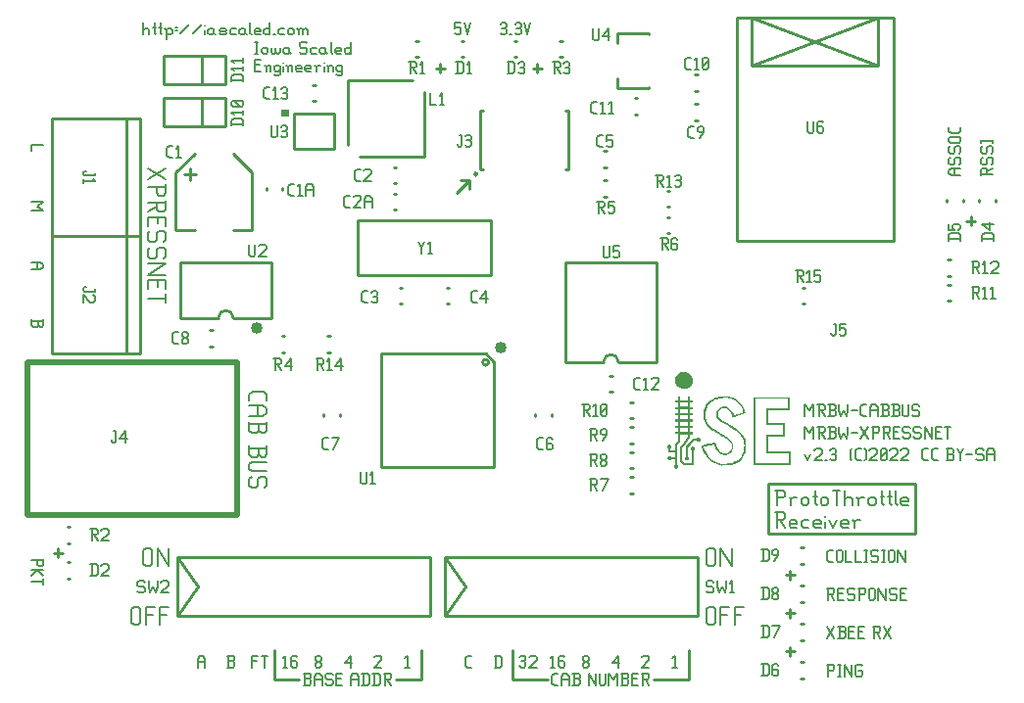
<source format=gbr>
G04 start of page 9 for group -4079 idx -4079 *
G04 Title: (unknown), topsilk *
G04 Creator: pcb 4.0.2 *
G04 CreationDate: Sun Oct 16 03:55:39 2022 UTC *
G04 For: ndholmes *
G04 Format: Gerber/RS-274X *
G04 PCB-Dimensions (mil): 3350.00 2300.00 *
G04 PCB-Coordinate-Origin: lower left *
%MOIN*%
%FSLAX25Y25*%
%LNTOPSILK*%
%ADD74C,0.0200*%
%ADD73C,0.0080*%
%ADD72C,0.0400*%
%ADD71C,0.0100*%
%ADD70C,0.0001*%
G54D70*G36*
X87500Y198000D02*X90000D01*
Y195500D01*
X87500D01*
Y198000D01*
G37*
G36*
X223941Y102782D02*X223056Y103069D01*
X222291Y103628D01*
X221743Y104360D01*
X221456Y105223D01*
X221418Y105863D01*
X221499Y106482D01*
X221809Y107247D01*
X222329Y107898D01*
X223176Y108473D01*
X224147Y108716D01*
X225156Y108629D01*
X226100Y108202D01*
X226653Y107697D01*
X227077Y107079D01*
X227310Y106395D01*
X227380Y105668D01*
X227272Y104941D01*
X227006Y104268D01*
X226599Y103720D01*
X226084Y103275D01*
X225482Y102955D01*
X224831Y102782D01*
X224380Y102760D01*
X223941Y102782D01*
G37*
G36*
X225107Y78623D02*X224825Y78812D01*
X224646Y79100D01*
X224641Y79534D01*
X224868Y79887D01*
X224999Y79979D01*
X225010Y80440D01*
X225015Y81552D01*
Y83126D01*
X226111Y84504D01*
X227201Y85887D01*
X228531D01*
X228617Y86007D01*
X228845Y86202D01*
X228997Y86267D01*
X229203Y86278D01*
X229404Y86272D01*
X229556Y86202D01*
X229778Y86012D01*
X229914Y85768D01*
X229930Y85486D01*
X229865Y85214D01*
X229589Y84927D01*
X229203Y84813D01*
X228645Y85062D01*
X228520Y85198D01*
X227532D01*
X226615Y84043D01*
X225704Y82887D01*
Y79990D01*
X225807Y79919D01*
X226067Y79523D01*
X226035Y79024D01*
X225650Y78650D01*
X225107Y78617D01*
Y78623D01*
G37*
G36*
X247970Y88535D02*X248610Y88540D01*
X248604Y77641D01*
X260030D01*
Y80798D01*
X252256D01*
Y87319D01*
X257941D01*
Y90488D01*
X252256D01*
Y96271D01*
X259716D01*
Y99440D01*
X248621D01*
X248610Y88540D01*
X247970Y88535D01*
Y100064D01*
X260350D01*
Y95653D01*
X252890D01*
Y91133D01*
X258571D01*
Y86723D01*
X252907D01*
X252896Y84091D01*
X252890Y81460D01*
X260654D01*
Y77022D01*
X247970D01*
Y88535D01*
G37*
G36*
X221543Y75709D02*X221147Y75980D01*
X221011Y76425D01*
X221065Y76740D01*
X221261Y76990D01*
X221391Y77104D01*
Y78986D01*
X220718D01*
X220241Y78981D01*
X220045Y78964D01*
X219953Y78840D01*
X219600Y78617D01*
X219172D01*
X218873Y78807D01*
X218689Y79100D01*
X218662Y79431D01*
X218770Y79724D01*
X218987Y79946D01*
X219302Y80066D01*
X219682Y80012D01*
X219991Y79773D01*
X220056Y79675D01*
X220724D01*
X221391Y79670D01*
Y81167D01*
X219058D01*
Y81900D01*
X219053Y82627D01*
X218955Y82697D01*
X218787Y82876D01*
X218678Y83093D01*
X218689Y83527D01*
X218873Y83815D01*
X219161Y83994D01*
X219497Y84026D01*
X219790Y83923D01*
X220013Y83701D01*
X220132Y83381D01*
X220078Y83006D01*
X219839Y82697D01*
X219742Y82627D01*
Y81851D01*
X221391D01*
Y84156D01*
X221857Y84748D01*
X222329Y85339D01*
Y87406D01*
X221418D01*
Y88193D01*
X225802D01*
Y89566D01*
X222986D01*
Y88193D01*
X222329D01*
Y89566D01*
X221418D01*
Y90325D01*
X222319D01*
Y91692D01*
X223002Y91719D01*
X222997Y91057D01*
X222991Y90586D01*
X223002Y90368D01*
X223067Y90358D01*
X223290Y90347D01*
X223724Y90341D01*
X224407Y90336D01*
X225802D01*
Y91719D01*
X223002D01*
X222319Y91692D01*
X221418D01*
Y92452D01*
X222329D01*
X222986Y92479D01*
X225802D01*
Y93852D01*
X222986D01*
Y92479D01*
X222329Y92452D01*
Y93824D01*
X221418D01*
Y94584D01*
X222319D01*
X222329Y95962D01*
X222986Y96005D01*
Y95327D01*
X222991Y94844D01*
X223008Y94627D01*
X223420Y94617D01*
X224407Y94611D01*
X225791D01*
X225796Y95300D01*
Y95316D01*
X225807Y96005D01*
X222986D01*
X222329Y95962D01*
X221418D01*
Y96722D01*
X222319D01*
Y98094D01*
X223002Y98148D01*
X222997Y97492D01*
X222991Y97015D01*
X223002Y96797D01*
X223067Y96787D01*
X223290Y96776D01*
X223724Y96770D01*
X224407Y96765D01*
X225807D01*
X225796Y97459D01*
X225791Y98148D01*
X223002D01*
X222319Y98094D01*
X221418D01*
Y98854D01*
X222329D01*
Y100096D01*
X222986D01*
Y98854D01*
X225802D01*
Y100096D01*
X226491D01*
Y98854D01*
X227402D01*
Y98094D01*
X226491D01*
Y96694D01*
X227402D01*
Y95935D01*
X226491D01*
Y94541D01*
X227402D01*
Y93781D01*
X226491D01*
Y92408D01*
X227402D01*
Y91649D01*
X226491D01*
Y90255D01*
X227402D01*
Y89495D01*
X226491D01*
Y88122D01*
X227402D01*
Y87336D01*
X226491D01*
X226485Y86750D01*
Y86158D01*
X225069Y84368D01*
X223648Y82583D01*
Y78574D01*
X224624Y77597D01*
X227044D01*
Y79719D01*
X227039Y80543D01*
Y81216D01*
X227033Y81672D01*
X227028Y81834D01*
X226903Y81927D01*
X226659Y82393D01*
X226794Y82909D01*
X227370Y83218D01*
X227972Y82947D01*
X228129Y82382D01*
X227831Y81872D01*
X227733Y81802D01*
Y76914D01*
X224342D01*
X222986Y78270D01*
Y82844D01*
X224396Y84623D01*
X225802Y86403D01*
Y87341D01*
X222986D01*
Y85003D01*
X222074Y83853D01*
Y77022D01*
X222140Y76990D01*
X222319Y76821D01*
X222449Y76588D01*
X222416Y76073D01*
X222069Y75693D01*
X221803Y75633D01*
X221543Y75644D01*
Y75709D01*
G37*
G36*
X237385Y76729D02*X235567Y77071D01*
X233983Y77793D01*
X232876Y78671D01*
X231932Y79778D01*
X231070Y81341D01*
X230424Y83196D01*
X230326Y83565D01*
X232746Y84081D01*
X233679Y84281D01*
X234455Y84444D01*
X234981Y84547D01*
X235182Y84580D01*
X235236Y84368D01*
X235285Y84118D01*
X235367Y83782D01*
X235730Y82757D01*
X236245Y81932D01*
X236891Y81324D01*
X237662Y80961D01*
X237900Y80918D01*
X238296Y80901D01*
X238687Y80918D01*
X238942Y80961D01*
X239962Y81547D01*
X240521Y82583D01*
X240575Y83212D01*
X240521Y83809D01*
X241123Y83983D01*
X241161Y82567D01*
X240803Y81617D01*
X240173Y80885D01*
X239316Y80424D01*
X238280Y80256D01*
X236951Y80559D01*
X235882Y81384D01*
X235090Y82627D01*
X234889Y83153D01*
X234743Y83657D01*
X234694Y83826D01*
X234645Y83842D01*
X234493Y83815D01*
X234135Y83739D01*
X233609Y83625D01*
X232979Y83489D01*
X231829Y83245D01*
X231292Y83126D01*
X231129Y83077D01*
Y83044D01*
X231178Y82860D01*
X231303Y82491D01*
X231449Y82084D01*
X231574Y81758D01*
X232572Y79979D01*
X233858Y78650D01*
X235432Y77782D01*
X237303Y77364D01*
X237699Y77353D01*
X238247D01*
X238795Y77369D01*
X239218Y77402D01*
X240548Y77657D01*
X241709Y78091D01*
X242609Y78623D01*
X243363Y79279D01*
X243966Y80060D01*
X244432Y80966D01*
X244660Y81661D01*
X244817Y82447D01*
X244866Y83402D01*
X244817Y84336D01*
X244590Y85323D01*
X244232Y86213D01*
X243711Y87032D01*
X243027Y87813D01*
X242327Y88459D01*
X241519Y89056D01*
X240445Y89717D01*
X238953Y90547D01*
X237808Y91182D01*
X237016Y91660D01*
X236463Y92061D01*
X236034Y92463D01*
X235486Y93249D01*
X235318Y94117D01*
X235464Y95159D01*
X235898Y95973D01*
X236603Y96537D01*
X237558Y96819D01*
X238139Y96836D01*
X238714Y96770D01*
X239484Y96477D01*
X240152Y95951D01*
X240727Y95186D01*
X241221Y94166D01*
X241307Y93966D01*
X241367Y93922D01*
X241530Y93971D01*
X241909Y94074D01*
X242419Y94226D01*
X243005Y94394D01*
X243581Y94562D01*
X244080Y94714D01*
X244438Y94817D01*
X244579Y94861D01*
X244552Y94985D01*
X244465Y95262D01*
X244340Y95604D01*
X244221Y95919D01*
X243543Y97134D01*
X242653Y98138D01*
X241579Y98913D01*
X240325Y99440D01*
X238568Y99743D01*
X236647Y99657D01*
X234900Y99196D01*
X233500Y98360D01*
X232800Y97633D01*
X232258Y96749D01*
X231889Y95723D01*
X231688Y94573D01*
X231661Y93797D01*
X231699Y93087D01*
X231938Y92105D01*
X232377Y91199D01*
X233017Y90358D01*
X233880Y89566D01*
X234422Y89159D01*
X235052Y88746D01*
X235855Y88269D01*
X236940Y87661D01*
X237667Y87260D01*
X238209Y86951D01*
X238633Y86696D01*
X239007Y86457D01*
X240439Y85247D01*
X241123Y83983D01*
X240521Y83809D01*
X239924Y84878D01*
X238665Y85925D01*
X238302Y86158D01*
X237895Y86403D01*
X237379Y86696D01*
X236685Y87075D01*
X235307Y87851D01*
X234292Y88480D01*
X233517Y89045D01*
X232860Y89625D01*
X232111Y90466D01*
X231574Y91350D01*
X231156Y92533D01*
X231026Y93846D01*
X231118Y95132D01*
X231411Y96331D01*
X232171Y97855D01*
X233332Y99038D01*
X234862Y99863D01*
X236734Y100302D01*
X238193Y100384D01*
X239577Y100259D01*
X240852Y99933D01*
X241991Y99407D01*
X243130Y98561D01*
X244069Y97476D01*
X244796Y96174D01*
X245289Y94671D01*
X245349Y94416D01*
X243147Y93776D01*
X242284Y93532D01*
X241579Y93331D01*
X241101Y93201D01*
X240922Y93157D01*
X240846Y93358D01*
X240618Y93960D01*
X240358Y94535D01*
X239598Y95604D01*
X238649Y96136D01*
X238014Y96201D01*
X237363Y96152D01*
X236506Y95680D01*
X236169Y95219D01*
X235985Y94622D01*
X235947Y94139D01*
X235985Y93727D01*
X236332Y93076D01*
X237059Y92408D01*
X237412Y92164D01*
X237851Y91888D01*
X238426Y91562D01*
X239197Y91139D01*
X240065Y90667D01*
X240748Y90282D01*
X241307Y89951D01*
X241785Y89642D01*
X243011Y88714D01*
X243977Y87726D01*
X244704Y86674D01*
X245192Y85534D01*
X245468Y84162D01*
X245474Y82730D01*
X245219Y81330D01*
X244709Y80066D01*
X243912Y78948D01*
X242870Y78037D01*
X241600Y77359D01*
X240135Y76914D01*
X238757Y76740D01*
X237385Y76735D01*
Y76729D01*
G37*
G54D71*X141500Y213500D02*Y210500D01*
X140000Y212000D02*X143000D01*
X174500Y213500D02*Y210500D01*
X173000Y212000D02*X176000D01*
G54D72*X79000Y123500D03*
G54D71*X151500Y174000D02*X147000Y169500D01*
X151500Y174000D02*Y171000D01*
X148500Y174000D02*X151500D01*
X126500Y4000D02*X135000D01*
Y14000D02*Y4000D01*
X85000D02*X93500D01*
X85000Y14000D02*Y4000D01*
X11500Y48500D02*Y45500D01*
X10000Y47000D02*X13000D01*
X166000Y4000D02*X178000D01*
X214000D02*X226000D01*
Y14000D02*Y4000D01*
X166000Y14000D02*Y4000D01*
G54D72*X162000Y117000D03*
G54D71*X303000Y53500D02*Y70500D01*
X253000D02*Y53500D01*
X303000D01*
Y70500D02*X253000D01*
X260500Y15000D02*Y12000D01*
X259000Y13500D02*X262000D01*
X260500Y28000D02*Y25000D01*
X259000Y26500D02*X262000D01*
X260500Y41000D02*Y38000D01*
X259000Y39500D02*X262000D01*
X322000Y161500D02*Y158500D01*
X320500Y160000D02*X323500D01*
G54D73*X59000Y11000D02*Y8000D01*
Y11000D02*X59700Y12000D01*
X60800D01*
X61500Y11000D01*
Y8000D01*
X59000Y10000D02*X61500D01*
X69000Y8000D02*X71000D01*
X71500Y8500D01*
Y9700D02*Y8500D01*
X71000Y10200D02*X71500Y9700D01*
X69500Y10200D02*X71000D01*
X69500Y12000D02*Y8000D01*
X69000Y12000D02*X71000D01*
X71500Y11500D01*
Y10700D01*
X71000Y10200D02*X71500Y10700D01*
X77500Y12000D02*Y8000D01*
Y12000D02*X79500D01*
X77500Y10200D02*X79000D01*
X80700Y12000D02*X82700D01*
X81700D02*Y8000D01*
X95000Y2000D02*X97000D01*
X97500Y2500D01*
Y3700D02*Y2500D01*
X97000Y4200D02*X97500Y3700D01*
X95500Y4200D02*X97000D01*
X95500Y6000D02*Y2000D01*
X95000Y6000D02*X97000D01*
X97500Y5500D01*
Y4700D01*
X97000Y4200D02*X97500Y4700D01*
X98700Y5000D02*Y2000D01*
Y5000D02*X99400Y6000D01*
X100500D01*
X101200Y5000D01*
Y2000D01*
X98700Y4000D02*X101200D01*
X104400Y6000D02*X104900Y5500D01*
X102900Y6000D02*X104400D01*
X102400Y5500D02*X102900Y6000D01*
X102400Y5500D02*Y4500D01*
X102900Y4000D01*
X104400D01*
X104900Y3500D01*
Y2500D01*
X104400Y2000D02*X104900Y2500D01*
X102900Y2000D02*X104400D01*
X102400Y2500D02*X102900Y2000D01*
X106100Y4200D02*X107600D01*
X106100Y2000D02*X108100D01*
X106100Y6000D02*Y2000D01*
Y6000D02*X108100D01*
X111100Y5000D02*Y2000D01*
Y5000D02*X111800Y6000D01*
X112900D01*
X113600Y5000D01*
Y2000D01*
X111100Y4000D02*X113600D01*
X115300Y6000D02*Y2000D01*
X116600Y6000D02*X117300Y5300D01*
Y2700D01*
X116600Y2000D02*X117300Y2700D01*
X114800Y2000D02*X116600D01*
X114800Y6000D02*X116600D01*
X119000D02*Y2000D01*
X120300Y6000D02*X121000Y5300D01*
Y2700D01*
X120300Y2000D02*X121000Y2700D01*
X118500Y2000D02*X120300D01*
X118500Y6000D02*X120300D01*
X122200D02*X124200D01*
X124700Y5500D01*
Y4500D01*
X124200Y4000D02*X124700Y4500D01*
X122700Y4000D02*X124200D01*
X122700Y6000D02*Y2000D01*
X123500Y4000D02*X124700Y2000D01*
X88000Y11200D02*X88800Y12000D01*
Y8000D01*
X88000D02*X89500D01*
X92200Y12000D02*X92700Y11500D01*
X91200Y12000D02*X92200D01*
X90700Y11500D02*X91200Y12000D01*
X90700Y11500D02*Y8500D01*
X91200Y8000D01*
X92200Y10200D02*X92700Y9700D01*
X90700Y10200D02*X92200D01*
X91200Y8000D02*X92200D01*
X92700Y8500D01*
Y9700D02*Y8500D01*
X99000D02*X99500Y8000D01*
X99000Y9300D02*Y8500D01*
Y9300D02*X99700Y10000D01*
X100300D01*
X101000Y9300D01*
Y8500D01*
X100500Y8000D02*X101000Y8500D01*
X99500Y8000D02*X100500D01*
X99000Y10700D02*X99700Y10000D01*
X99000Y11500D02*Y10700D01*
Y11500D02*X99500Y12000D01*
X100500D01*
X101000Y11500D01*
Y10700D01*
X100300Y10000D02*X101000Y10700D01*
X109000Y9500D02*X111000Y12000D01*
X109000Y9500D02*X111500D01*
X111000Y12000D02*Y8000D01*
X119000Y11500D02*X119500Y12000D01*
X121000D01*
X121500Y11500D01*
Y10500D01*
X119000Y8000D02*X121500Y10500D01*
X119000Y8000D02*X121500D01*
X129500Y11200D02*X130300Y12000D01*
Y8000D01*
X129500D02*X131000D01*
X36500Y27800D02*Y23300D01*
Y27800D02*X37250Y28550D01*
X38750D01*
X39500Y27800D01*
Y23300D01*
X38750Y22550D02*X39500Y23300D01*
X37250Y22550D02*X38750D01*
X36500Y23300D02*X37250Y22550D01*
X41300Y28550D02*Y22550D01*
Y28550D02*X44300D01*
X41300Y25850D02*X43550D01*
X46100Y28550D02*Y22550D01*
Y28550D02*X49100D01*
X46100Y25850D02*X48350D01*
X40500Y47800D02*Y43300D01*
Y47800D02*X41250Y48550D01*
X42750D01*
X43500Y47800D01*
Y43300D01*
X42750Y42550D02*X43500Y43300D01*
X41250Y42550D02*X42750D01*
X40500Y43300D02*X41250Y42550D01*
X45300Y48550D02*Y42550D01*
Y48550D02*X49050Y42550D01*
Y48550D02*Y42550D01*
X2500Y44500D02*X6500D01*
Y45000D02*Y43000D01*
X6000Y42500D01*
X5000D02*X6000D01*
X4500Y43000D02*X5000Y42500D01*
X4500Y44500D02*Y43000D01*
X2500Y41300D02*X6500D01*
X4500D02*X6500Y39300D01*
X4500Y41300D02*X2500Y39300D01*
X6500Y38100D02*Y36100D01*
X2500Y37100D02*X6500D01*
X76500Y100950D02*Y99000D01*
X77550Y102000D02*X76500Y100950D01*
X77550Y102000D02*X81450D01*
X82500Y100950D01*
Y99000D01*
X76500Y97200D02*X81000D01*
X82500Y96150D01*
Y94500D01*
X81000Y93450D01*
X76500D02*X81000D01*
X79500Y97200D02*Y93450D01*
X76500Y91650D02*Y88650D01*
X77250Y87900D01*
X79050D01*
X79800Y88650D02*X79050Y87900D01*
X79800Y90900D02*Y88650D01*
X76500Y90900D02*X82500D01*
Y91650D02*Y88650D01*
X81750Y87900D01*
X80550D02*X81750D01*
X79800Y88650D02*X80550Y87900D01*
X76500Y83400D02*Y80400D01*
X77250Y79650D01*
X79050D01*
X79800Y80400D02*X79050Y79650D01*
X79800Y82650D02*Y80400D01*
X76500Y82650D02*X82500D01*
Y83400D02*Y80400D01*
X81750Y79650D01*
X80550D02*X81750D01*
X79800Y80400D02*X80550Y79650D01*
X77250Y77850D02*X82500D01*
X77250D02*X76500Y77100D01*
Y75600D01*
X77250Y74850D01*
X82500D01*
Y70050D02*X81750Y69300D01*
X82500Y72300D02*Y70050D01*
X81750Y73050D02*X82500Y72300D01*
X80250Y73050D02*X81750D01*
X80250D02*X79500Y72300D01*
Y70050D01*
X78750Y69300D01*
X77250D02*X78750D01*
X76500Y70050D02*X77250Y69300D01*
X76500Y72300D02*Y70050D01*
X77250Y73050D02*X76500Y72300D01*
X146500Y227500D02*X148500D01*
X146500D02*Y225500D01*
X147000Y226000D01*
X148000D01*
X148500Y225500D01*
Y224000D01*
X148000Y223500D02*X148500Y224000D01*
X147000Y223500D02*X148000D01*
X146500Y224000D02*X147000Y223500D01*
X149700Y227500D02*X150700Y223500D01*
X151700Y227500D01*
X78500Y221000D02*X79500D01*
X79000D02*Y217000D01*
X78500D02*X79500D01*
X80700Y218500D02*Y217500D01*
Y218500D02*X81200Y219000D01*
X82200D01*
X82700Y218500D01*
Y217500D01*
X82200Y217000D02*X82700Y217500D01*
X81200Y217000D02*X82200D01*
X80700Y217500D02*X81200Y217000D01*
X83900Y219000D02*Y217500D01*
X84400Y217000D01*
X84900D01*
X85400Y217500D01*
Y219000D02*Y217500D01*
X85900Y217000D01*
X86400D01*
X86900Y217500D01*
Y219000D02*Y217500D01*
X89600Y219000D02*X90100Y218500D01*
X88600Y219000D02*X89600D01*
X88100Y218500D02*X88600Y219000D01*
X88100Y218500D02*Y217500D01*
X88600Y217000D01*
X90100Y219000D02*Y217500D01*
X90600Y217000D01*
X88600D02*X89600D01*
X90100Y217500D01*
X95600Y221000D02*X96100Y220500D01*
X94100Y221000D02*X95600D01*
X93600Y220500D02*X94100Y221000D01*
X93600Y220500D02*Y219500D01*
X94100Y219000D01*
X95600D01*
X96100Y218500D01*
Y217500D01*
X95600Y217000D02*X96100Y217500D01*
X94100Y217000D02*X95600D01*
X93600Y217500D02*X94100Y217000D01*
X97800Y219000D02*X99300D01*
X97300Y218500D02*X97800Y219000D01*
X97300Y218500D02*Y217500D01*
X97800Y217000D01*
X99300D01*
X102000Y219000D02*X102500Y218500D01*
X101000Y219000D02*X102000D01*
X100500Y218500D02*X101000Y219000D01*
X100500Y218500D02*Y217500D01*
X101000Y217000D01*
X102500Y219000D02*Y217500D01*
X103000Y217000D01*
X101000D02*X102000D01*
X102500Y217500D01*
X104200Y221000D02*Y217500D01*
X104700Y217000D01*
X106200D02*X107700D01*
X105700Y217500D02*X106200Y217000D01*
X105700Y218500D02*Y217500D01*
Y218500D02*X106200Y219000D01*
X107200D01*
X107700Y218500D01*
X105700Y218000D02*X107700D01*
Y218500D02*Y218000D01*
X110900Y221000D02*Y217000D01*
X110400D02*X110900Y217500D01*
X109400Y217000D02*X110400D01*
X108900Y217500D02*X109400Y217000D01*
X108900Y218500D02*Y217500D01*
Y218500D02*X109400Y219000D01*
X110400D01*
X110900Y218500D01*
X78500Y213200D02*X80000D01*
X78500Y211000D02*X80500D01*
X78500Y215000D02*Y211000D01*
Y215000D02*X80500D01*
X82200Y212500D02*Y211000D01*
Y212500D02*X82700Y213000D01*
X83200D01*
X83700Y212500D01*
Y211000D01*
X81700Y213000D02*X82200Y212500D01*
X86400Y213000D02*X86900Y212500D01*
X85400Y213000D02*X86400D01*
X84900Y212500D02*X85400Y213000D01*
X84900Y212500D02*Y211500D01*
X85400Y211000D01*
X86400D01*
X86900Y211500D01*
X84900Y210000D02*X85400Y209500D01*
X86400D01*
X86900Y210000D01*
Y213000D02*Y210000D01*
X88100Y214000D02*Y213900D01*
Y212500D02*Y211000D01*
X89600Y212500D02*Y211000D01*
Y212500D02*X90100Y213000D01*
X90600D01*
X91100Y212500D01*
Y211000D01*
X89100Y213000D02*X89600Y212500D01*
X92800Y211000D02*X94300D01*
X92300Y211500D02*X92800Y211000D01*
X92300Y212500D02*Y211500D01*
Y212500D02*X92800Y213000D01*
X93800D01*
X94300Y212500D01*
X92300Y212000D02*X94300D01*
Y212500D02*Y212000D01*
X96000Y211000D02*X97500D01*
X95500Y211500D02*X96000Y211000D01*
X95500Y212500D02*Y211500D01*
Y212500D02*X96000Y213000D01*
X97000D01*
X97500Y212500D01*
X95500Y212000D02*X97500D01*
Y212500D02*Y212000D01*
X99200Y212500D02*Y211000D01*
Y212500D02*X99700Y213000D01*
X100700D01*
X98700D02*X99200Y212500D01*
X101900Y214000D02*Y213900D01*
Y212500D02*Y211000D01*
X103400Y212500D02*Y211000D01*
Y212500D02*X103900Y213000D01*
X104400D01*
X104900Y212500D01*
Y211000D01*
X102900Y213000D02*X103400Y212500D01*
X107600Y213000D02*X108100Y212500D01*
X106600Y213000D02*X107600D01*
X106100Y212500D02*X106600Y213000D01*
X106100Y212500D02*Y211500D01*
X106600Y211000D01*
X107600D01*
X108100Y211500D01*
X106100Y210000D02*X106600Y209500D01*
X107600D01*
X108100Y210000D01*
Y213000D02*Y210000D01*
X2500Y186000D02*X6500D01*
X2500D02*Y184000D01*
Y166500D02*X6500D01*
X4500Y165000D01*
X6500Y163500D01*
X2500D02*X6500D01*
X2500Y146000D02*X5500D01*
X6500Y145300D01*
Y144200D01*
X5500Y143500D01*
X2500D02*X5500D01*
X4500Y146000D02*Y143500D01*
X2500Y126500D02*Y124500D01*
X3000Y124000D01*
X4200D01*
X4700Y124500D02*X4200Y124000D01*
X4700Y126000D02*Y124500D01*
X2500Y126000D02*X6500D01*
Y126500D02*Y124500D01*
X6000Y124000D01*
X5200D02*X6000D01*
X4700Y124500D02*X5200Y124000D01*
X42000Y178000D02*X48000Y174250D01*
Y178000D02*X42000Y174250D01*
Y171700D02*X48000D01*
Y172450D02*Y169450D01*
X47250Y168700D01*
X45750D02*X47250D01*
X45000Y169450D02*X45750Y168700D01*
X45000Y171700D02*Y169450D01*
X48000Y166900D02*Y163900D01*
X47250Y163150D01*
X45750D02*X47250D01*
X45000Y163900D02*X45750Y163150D01*
X45000Y166150D02*Y163900D01*
X42000Y166150D02*X48000D01*
X45000Y164950D02*X42000Y163150D01*
X45300Y161350D02*Y159100D01*
X42000Y161350D02*Y158350D01*
Y161350D02*X48000D01*
Y158350D01*
Y153550D02*X47250Y152800D01*
X48000Y155800D02*Y153550D01*
X47250Y156550D02*X48000Y155800D01*
X45750Y156550D02*X47250D01*
X45750D02*X45000Y155800D01*
Y153550D01*
X44250Y152800D01*
X42750D02*X44250D01*
X42000Y153550D02*X42750Y152800D01*
X42000Y155800D02*Y153550D01*
X42750Y156550D02*X42000Y155800D01*
X48000Y148000D02*X47250Y147250D01*
X48000Y150250D02*Y148000D01*
X47250Y151000D02*X48000Y150250D01*
X45750Y151000D02*X47250D01*
X45750D02*X45000Y150250D01*
Y148000D01*
X44250Y147250D01*
X42750D02*X44250D01*
X42000Y148000D02*X42750Y147250D01*
X42000Y150250D02*Y148000D01*
X42750Y151000D02*X42000Y150250D01*
Y145450D02*X48000D01*
X42000Y141700D01*
X48000D01*
X45300Y139900D02*Y137650D01*
X42000Y139900D02*Y136900D01*
Y139900D02*X48000D01*
Y136900D01*
Y135100D02*Y132100D01*
X42000Y133600D02*X48000D01*
X161957Y227000D02*X162457Y227500D01*
X163457D01*
X163957Y227000D01*
X163457Y223500D02*X163957Y224000D01*
X162457Y223500D02*X163457D01*
X161957Y224000D02*X162457Y223500D01*
Y225700D02*X163457D01*
X163957Y227000D02*Y226200D01*
Y225200D02*Y224000D01*
Y225200D02*X163457Y225700D01*
X163957Y226200D02*X163457Y225700D01*
X165157Y223500D02*X165657D01*
X166857Y227000D02*X167357Y227500D01*
X168357D01*
X168857Y227000D01*
X168357Y223500D02*X168857Y224000D01*
X167357Y223500D02*X168357D01*
X166857Y224000D02*X167357Y223500D01*
Y225700D02*X168357D01*
X168857Y227000D02*Y226200D01*
Y225200D02*Y224000D01*
Y225200D02*X168357Y225700D01*
X168857Y226200D02*X168357Y225700D01*
X170057Y227500D02*X171057Y223500D01*
X172057Y227500D01*
X40500D02*Y223500D01*
Y225000D02*X41000Y225500D01*
X42000D01*
X42500Y225000D01*
Y223500D01*
X44200Y227500D02*Y224000D01*
X44700Y223500D01*
X43700Y226000D02*X44700D01*
X46200Y227500D02*Y224000D01*
X46700Y223500D01*
X45700Y226000D02*X46700D01*
X48200Y225000D02*Y222000D01*
X47700Y225500D02*X48200Y225000D01*
X48700Y225500D01*
X49700D01*
X50200Y225000D01*
Y224000D01*
X49700Y223500D02*X50200Y224000D01*
X48700Y223500D02*X49700D01*
X48200Y224000D02*X48700Y223500D01*
X51400Y226000D02*X51900D01*
X51400Y225000D02*X51900D01*
X53100Y224000D02*X56100Y227000D01*
X57300Y224000D02*X60300Y227000D01*
X61500Y226500D02*Y226400D01*
Y225000D02*Y223500D01*
X64000Y225500D02*X64500Y225000D01*
X63000Y225500D02*X64000D01*
X62500Y225000D02*X63000Y225500D01*
X62500Y225000D02*Y224000D01*
X63000Y223500D01*
X64500Y225500D02*Y224000D01*
X65000Y223500D01*
X63000D02*X64000D01*
X64500Y224000D01*
X66700Y223500D02*X68200D01*
X68700Y224000D01*
X68200Y224500D02*X68700Y224000D01*
X66700Y224500D02*X68200D01*
X66200Y225000D02*X66700Y224500D01*
X66200Y225000D02*X66700Y225500D01*
X68200D01*
X68700Y225000D01*
X66200Y224000D02*X66700Y223500D01*
X70400Y225500D02*X71900D01*
X69900Y225000D02*X70400Y225500D01*
X69900Y225000D02*Y224000D01*
X70400Y223500D01*
X71900D01*
X74600Y225500D02*X75100Y225000D01*
X73600Y225500D02*X74600D01*
X73100Y225000D02*X73600Y225500D01*
X73100Y225000D02*Y224000D01*
X73600Y223500D01*
X75100Y225500D02*Y224000D01*
X75600Y223500D01*
X73600D02*X74600D01*
X75100Y224000D01*
X76800Y227500D02*Y224000D01*
X77300Y223500D01*
X78800D02*X80300D01*
X78300Y224000D02*X78800Y223500D01*
X78300Y225000D02*Y224000D01*
Y225000D02*X78800Y225500D01*
X79800D01*
X80300Y225000D01*
X78300Y224500D02*X80300D01*
Y225000D02*Y224500D01*
X83500Y227500D02*Y223500D01*
X83000D02*X83500Y224000D01*
X82000Y223500D02*X83000D01*
X81500Y224000D02*X82000Y223500D01*
X81500Y225000D02*Y224000D01*
Y225000D02*X82000Y225500D01*
X83000D01*
X83500Y225000D01*
X84700Y223500D02*X85200D01*
X86900Y225500D02*X88400D01*
X86400Y225000D02*X86900Y225500D01*
X86400Y225000D02*Y224000D01*
X86900Y223500D01*
X88400D01*
X89600Y225000D02*Y224000D01*
Y225000D02*X90100Y225500D01*
X91100D01*
X91600Y225000D01*
Y224000D01*
X91100Y223500D02*X91600Y224000D01*
X90100Y223500D02*X91100D01*
X89600Y224000D02*X90100Y223500D01*
X93300Y225000D02*Y223500D01*
Y225000D02*X93800Y225500D01*
X94300D01*
X94800Y225000D01*
Y223500D01*
Y225000D02*X95300Y225500D01*
X95800D01*
X96300Y225000D01*
Y223500D01*
X92800Y225500D02*X93300Y225000D01*
X160500Y12000D02*Y8000D01*
X161800Y12000D02*X162500Y11300D01*
Y8700D01*
X161800Y8000D02*X162500Y8700D01*
X160000Y8000D02*X161800D01*
X160000Y12000D02*X161800D01*
X168500Y11500D02*X169000Y12000D01*
X170000D01*
X170500Y11500D01*
X170000Y8000D02*X170500Y8500D01*
X169000Y8000D02*X170000D01*
X168500Y8500D02*X169000Y8000D01*
Y10200D02*X170000D01*
X170500Y11500D02*Y10700D01*
Y9700D02*Y8500D01*
Y9700D02*X170000Y10200D01*
X170500Y10700D02*X170000Y10200D01*
X171700Y11500D02*X172200Y12000D01*
X173700D01*
X174200Y11500D01*
Y10500D01*
X171700Y8000D02*X174200Y10500D01*
X171700Y8000D02*X174200D01*
X179000Y11200D02*X179800Y12000D01*
Y8000D01*
X179000D02*X180500D01*
X183200Y12000D02*X183700Y11500D01*
X182200Y12000D02*X183200D01*
X181700Y11500D02*X182200Y12000D01*
X181700Y11500D02*Y8500D01*
X182200Y8000D01*
X183200Y10200D02*X183700Y9700D01*
X181700Y10200D02*X183200D01*
X182200Y8000D02*X183200D01*
X183700Y8500D01*
Y9700D02*Y8500D01*
X150700Y8000D02*X152000D01*
X150000Y8700D02*X150700Y8000D01*
X150000Y11300D02*Y8700D01*
Y11300D02*X150700Y12000D01*
X152000D01*
X180200Y2000D02*X181500D01*
X179500Y2700D02*X180200Y2000D01*
X179500Y5300D02*Y2700D01*
Y5300D02*X180200Y6000D01*
X181500D01*
X182700Y5000D02*Y2000D01*
Y5000D02*X183400Y6000D01*
X184500D01*
X185200Y5000D01*
Y2000D01*
X182700Y4000D02*X185200D01*
X186400Y2000D02*X188400D01*
X188900Y2500D01*
Y3700D02*Y2500D01*
X188400Y4200D02*X188900Y3700D01*
X186900Y4200D02*X188400D01*
X186900Y6000D02*Y2000D01*
X186400Y6000D02*X188400D01*
X188900Y5500D01*
Y4700D01*
X188400Y4200D02*X188900Y4700D01*
X191900Y6000D02*Y2000D01*
Y6000D02*X194400Y2000D01*
Y6000D02*Y2000D01*
X195600Y6000D02*Y2500D01*
X196100Y2000D01*
X197100D01*
X197600Y2500D01*
Y6000D02*Y2500D01*
X198800Y6000D02*Y2000D01*
Y6000D02*X200300Y4000D01*
X201800Y6000D01*
Y2000D01*
X203000D02*X205000D01*
X205500Y2500D01*
Y3700D02*Y2500D01*
X205000Y4200D02*X205500Y3700D01*
X203500Y4200D02*X205000D01*
X203500Y6000D02*Y2000D01*
X203000Y6000D02*X205000D01*
X205500Y5500D01*
Y4700D01*
X205000Y4200D02*X205500Y4700D01*
X206700Y4200D02*X208200D01*
X206700Y2000D02*X208700D01*
X206700Y6000D02*Y2000D01*
Y6000D02*X208700D01*
X209900D02*X211900D01*
X212400Y5500D01*
Y4500D01*
X211900Y4000D02*X212400Y4500D01*
X210400Y4000D02*X211900D01*
X210400Y6000D02*Y2000D01*
X211200Y4000D02*X212400Y2000D01*
X190000Y8500D02*X190500Y8000D01*
X190000Y9300D02*Y8500D01*
Y9300D02*X190700Y10000D01*
X191300D01*
X192000Y9300D01*
Y8500D01*
X191500Y8000D02*X192000Y8500D01*
X190500Y8000D02*X191500D01*
X190000Y10700D02*X190700Y10000D01*
X190000Y11500D02*Y10700D01*
Y11500D02*X190500Y12000D01*
X191500D01*
X192000Y11500D01*
Y10700D01*
X191300Y10000D02*X192000Y10700D01*
X200000Y9500D02*X202000Y12000D01*
X200000Y9500D02*X202500D01*
X202000Y12000D02*Y8000D01*
X220500Y11200D02*X221300Y12000D01*
Y8000D01*
X220500D02*X222000D01*
X210000Y11500D02*X210500Y12000D01*
X212000D01*
X212500Y11500D01*
Y10500D01*
X210000Y8000D02*X212500Y10500D01*
X210000Y8000D02*X212500D01*
X273500Y9000D02*Y5000D01*
X273000Y9000D02*X275000D01*
X275500Y8500D01*
Y7500D01*
X275000Y7000D02*X275500Y7500D01*
X273500Y7000D02*X275000D01*
X276700Y9000D02*X277700D01*
X277200D02*Y5000D01*
X276700D02*X277700D01*
X278900Y9000D02*Y5000D01*
Y9000D02*X281400Y5000D01*
Y9000D02*Y5000D01*
X284600Y9000D02*X285100Y8500D01*
X283100Y9000D02*X284600D01*
X282600Y8500D02*X283100Y9000D01*
X282600Y8500D02*Y5500D01*
X283100Y5000D01*
X284600D01*
X285100Y5500D01*
Y6500D02*Y5500D01*
X284600Y7000D02*X285100Y6500D01*
X283600Y7000D02*X284600D01*
X232000Y27800D02*Y23300D01*
Y27800D02*X232750Y28550D01*
X234250D01*
X235000Y27800D01*
Y23300D01*
X234250Y22550D02*X235000Y23300D01*
X232750Y22550D02*X234250D01*
X232000Y23300D02*X232750Y22550D01*
X236800Y28550D02*Y22550D01*
Y28550D02*X239800D01*
X236800Y25850D02*X239050D01*
X241600Y28550D02*Y22550D01*
Y28550D02*X244600D01*
X241600Y25850D02*X243850D01*
X273000Y18000D02*X275500Y22000D01*
X273000D02*X275500Y18000D01*
X276700D02*X278700D01*
X279200Y18500D01*
Y19700D02*Y18500D01*
X278700Y20200D02*X279200Y19700D01*
X277200Y20200D02*X278700D01*
X277200Y22000D02*Y18000D01*
X276700Y22000D02*X278700D01*
X279200Y21500D01*
Y20700D01*
X278700Y20200D02*X279200Y20700D01*
X280400Y20200D02*X281900D01*
X280400Y18000D02*X282400D01*
X280400Y22000D02*Y18000D01*
Y22000D02*X282400D01*
X283600Y20200D02*X285100D01*
X283600Y18000D02*X285600D01*
X283600Y22000D02*Y18000D01*
Y22000D02*X285600D01*
X288600D02*X290600D01*
X291100Y21500D01*
Y20500D01*
X290600Y20000D02*X291100Y20500D01*
X289100Y20000D02*X290600D01*
X289100Y22000D02*Y18000D01*
X289900Y20000D02*X291100Y18000D01*
X292300D02*X294800Y22000D01*
X292300D02*X294800Y18000D01*
X232000Y47800D02*Y43300D01*
Y47800D02*X232750Y48550D01*
X234250D01*
X235000Y47800D01*
Y43300D01*
X234250Y42550D02*X235000Y43300D01*
X232750Y42550D02*X234250D01*
X232000Y43300D02*X232750Y42550D01*
X236800Y48550D02*Y42550D01*
Y48550D02*X240550Y42550D01*
Y48550D02*Y42550D01*
X255500Y60780D02*X258040D01*
X258675Y60145D01*
Y58875D01*
X258040Y58240D02*X258675Y58875D01*
X256135Y58240D02*X258040D01*
X256135Y60780D02*Y55700D01*
X257151Y58240D02*X258675Y55700D01*
X260834D02*X262739D01*
X260199Y56335D02*X260834Y55700D01*
X260199Y57605D02*Y56335D01*
Y57605D02*X260834Y58240D01*
X262104D01*
X262739Y57605D01*
X260199Y56970D02*X262739D01*
Y57605D02*Y56970D01*
X264898Y58240D02*X266803D01*
X264263Y57605D02*X264898Y58240D01*
X264263Y57605D02*Y56335D01*
X264898Y55700D01*
X266803D01*
X268962D02*X270867D01*
X268327Y56335D02*X268962Y55700D01*
X268327Y57605D02*Y56335D01*
Y57605D02*X268962Y58240D01*
X270232D01*
X270867Y57605D01*
X268327Y56970D02*X270867D01*
Y57605D02*Y56970D01*
X272391Y59510D02*Y59383D01*
Y57605D02*Y55700D01*
X273661Y58240D02*X274931Y55700D01*
X276201Y58240D02*X274931Y55700D01*
X278360D02*X280265D01*
X277725Y56335D02*X278360Y55700D01*
X277725Y57605D02*Y56335D01*
Y57605D02*X278360Y58240D01*
X279630D01*
X280265Y57605D01*
X277725Y56970D02*X280265D01*
Y57605D02*Y56970D01*
X282424Y57605D02*Y55700D01*
Y57605D02*X283059Y58240D01*
X284329D01*
X281789D02*X282424Y57605D01*
X256135Y68280D02*Y63200D01*
X255500Y68280D02*X258040D01*
X258675Y67645D01*
Y66375D01*
X258040Y65740D02*X258675Y66375D01*
X256135Y65740D02*X258040D01*
X260834Y65105D02*Y63200D01*
Y65105D02*X261469Y65740D01*
X262739D01*
X260199D02*X260834Y65105D01*
X264263D02*Y63835D01*
Y65105D02*X264898Y65740D01*
X266168D01*
X266803Y65105D01*
Y63835D01*
X266168Y63200D02*X266803Y63835D01*
X264898Y63200D02*X266168D01*
X264263Y63835D02*X264898Y63200D01*
X268962Y68280D02*Y63835D01*
X269597Y63200D01*
X268327Y66375D02*X269597D01*
X270867Y65105D02*Y63835D01*
Y65105D02*X271502Y65740D01*
X272772D01*
X273407Y65105D01*
Y63835D01*
X272772Y63200D02*X273407Y63835D01*
X271502Y63200D02*X272772D01*
X270867Y63835D02*X271502Y63200D01*
X274931Y68280D02*X277471D01*
X276201D02*Y63200D01*
X278995Y68280D02*Y63200D01*
Y65105D02*X279630Y65740D01*
X280900D01*
X281535Y65105D01*
Y63200D01*
X283694Y65105D02*Y63200D01*
Y65105D02*X284329Y65740D01*
X285599D01*
X283059D02*X283694Y65105D01*
X287123D02*Y63835D01*
Y65105D02*X287758Y65740D01*
X289028D01*
X289663Y65105D01*
Y63835D01*
X289028Y63200D02*X289663Y63835D01*
X287758Y63200D02*X289028D01*
X287123Y63835D02*X287758Y63200D01*
X291822Y68280D02*Y63835D01*
X292457Y63200D01*
X291187Y66375D02*X292457D01*
X294362Y68280D02*Y63835D01*
X294997Y63200D01*
X293727Y66375D02*X294997D01*
X296267Y68280D02*Y63835D01*
X296902Y63200D01*
X298807D02*X300712D01*
X298172Y63835D02*X298807Y63200D01*
X298172Y65105D02*Y63835D01*
Y65105D02*X298807Y65740D01*
X300077D01*
X300712Y65105D01*
X298172Y64470D02*X300712D01*
Y65105D02*Y64470D01*
X273700Y44000D02*X275000D01*
X273000Y44700D02*X273700Y44000D01*
X273000Y47300D02*Y44700D01*
Y47300D02*X273700Y48000D01*
X275000D01*
X276200Y47500D02*Y44500D01*
Y47500D02*X276700Y48000D01*
X277700D01*
X278200Y47500D01*
Y44500D01*
X277700Y44000D02*X278200Y44500D01*
X276700Y44000D02*X277700D01*
X276200Y44500D02*X276700Y44000D01*
X279400Y48000D02*Y44000D01*
X281400D01*
X282600Y48000D02*Y44000D01*
X284600D01*
X285800Y48000D02*X286800D01*
X286300D02*Y44000D01*
X285800D02*X286800D01*
X290000Y48000D02*X290500Y47500D01*
X288500Y48000D02*X290000D01*
X288000Y47500D02*X288500Y48000D01*
X288000Y47500D02*Y46500D01*
X288500Y46000D01*
X290000D01*
X290500Y45500D01*
Y44500D01*
X290000Y44000D02*X290500Y44500D01*
X288500Y44000D02*X290000D01*
X288000Y44500D02*X288500Y44000D01*
X291700Y48000D02*X292700D01*
X292200D02*Y44000D01*
X291700D02*X292700D01*
X293900Y47500D02*Y44500D01*
Y47500D02*X294400Y48000D01*
X295400D01*
X295900Y47500D01*
Y44500D01*
X295400Y44000D02*X295900Y44500D01*
X294400Y44000D02*X295400D01*
X293900Y44500D02*X294400Y44000D01*
X297100Y48000D02*Y44000D01*
Y48000D02*X299600Y44000D01*
Y48000D02*Y44000D01*
X273000Y35000D02*X275000D01*
X275500Y34500D01*
Y33500D01*
X275000Y33000D02*X275500Y33500D01*
X273500Y33000D02*X275000D01*
X273500Y35000D02*Y31000D01*
X274300Y33000D02*X275500Y31000D01*
X276700Y33200D02*X278200D01*
X276700Y31000D02*X278700D01*
X276700Y35000D02*Y31000D01*
Y35000D02*X278700D01*
X281900D02*X282400Y34500D01*
X280400Y35000D02*X281900D01*
X279900Y34500D02*X280400Y35000D01*
X279900Y34500D02*Y33500D01*
X280400Y33000D01*
X281900D01*
X282400Y32500D01*
Y31500D01*
X281900Y31000D02*X282400Y31500D01*
X280400Y31000D02*X281900D01*
X279900Y31500D02*X280400Y31000D01*
X284100Y35000D02*Y31000D01*
X283600Y35000D02*X285600D01*
X286100Y34500D01*
Y33500D01*
X285600Y33000D02*X286100Y33500D01*
X284100Y33000D02*X285600D01*
X287300Y34500D02*Y31500D01*
Y34500D02*X287800Y35000D01*
X288800D01*
X289300Y34500D01*
Y31500D01*
X288800Y31000D02*X289300Y31500D01*
X287800Y31000D02*X288800D01*
X287300Y31500D02*X287800Y31000D01*
X290500Y35000D02*Y31000D01*
Y35000D02*X293000Y31000D01*
Y35000D02*Y31000D01*
X296200Y35000D02*X296700Y34500D01*
X294700Y35000D02*X296200D01*
X294200Y34500D02*X294700Y35000D01*
X294200Y34500D02*Y33500D01*
X294700Y33000D01*
X296200D01*
X296700Y32500D01*
Y31500D01*
X296200Y31000D02*X296700Y31500D01*
X294700Y31000D02*X296200D01*
X294200Y31500D02*X294700Y31000D01*
X297900Y33200D02*X299400D01*
X297900Y31000D02*X299900D01*
X297900Y35000D02*Y31000D01*
Y35000D02*X299900D01*
X325500Y177500D02*Y175500D01*
Y177500D02*X326000Y178000D01*
X327000D01*
X327500Y177500D02*X327000Y178000D01*
X327500Y177500D02*Y176000D01*
X325500D02*X329500D01*
X327500Y176800D02*X329500Y178000D01*
X325500Y181200D02*X326000Y181700D01*
X325500Y181200D02*Y179700D01*
X326000Y179200D02*X325500Y179700D01*
X326000Y179200D02*X327000D01*
X327500Y179700D01*
Y181200D02*Y179700D01*
Y181200D02*X328000Y181700D01*
X329000D01*
X329500Y181200D02*X329000Y181700D01*
X329500Y181200D02*Y179700D01*
X329000Y179200D02*X329500Y179700D01*
X325500Y184900D02*X326000Y185400D01*
X325500Y184900D02*Y183400D01*
X326000Y182900D02*X325500Y183400D01*
X326000Y182900D02*X327000D01*
X327500Y183400D01*
Y184900D02*Y183400D01*
Y184900D02*X328000Y185400D01*
X329000D01*
X329500Y184900D02*X329000Y185400D01*
X329500Y184900D02*Y183400D01*
X329000Y182900D02*X329500Y183400D01*
X325500Y187600D02*Y186600D01*
Y187100D02*X329500D01*
Y187600D02*Y186600D01*
X315500Y175500D02*X318500D01*
X315500D02*X314500Y176200D01*
Y177300D02*Y176200D01*
Y177300D02*X315500Y178000D01*
X318500D01*
X316500D02*Y175500D01*
X314500Y181200D02*X315000Y181700D01*
X314500Y181200D02*Y179700D01*
X315000Y179200D02*X314500Y179700D01*
X315000Y179200D02*X316000D01*
X316500Y179700D01*
Y181200D02*Y179700D01*
Y181200D02*X317000Y181700D01*
X318000D01*
X318500Y181200D02*X318000Y181700D01*
X318500Y181200D02*Y179700D01*
X318000Y179200D02*X318500Y179700D01*
X314500Y184900D02*X315000Y185400D01*
X314500Y184900D02*Y183400D01*
X315000Y182900D02*X314500Y183400D01*
X315000Y182900D02*X316000D01*
X316500Y183400D01*
Y184900D02*Y183400D01*
Y184900D02*X317000Y185400D01*
X318000D01*
X318500Y184900D02*X318000Y185400D01*
X318500Y184900D02*Y183400D01*
X318000Y182900D02*X318500Y183400D01*
X315000Y186600D02*X318000D01*
X315000D02*X314500Y187100D01*
Y188100D02*Y187100D01*
Y188100D02*X315000Y188600D01*
X318000D01*
X318500Y188100D02*X318000Y188600D01*
X318500Y188100D02*Y187100D01*
X318000Y186600D02*X318500Y187100D01*
Y191800D02*Y190500D01*
X317800Y189800D02*X318500Y190500D01*
X315200Y189800D02*X317800D01*
X315200D02*X314500Y190500D01*
Y191800D02*Y190500D01*
X265500Y80500D02*X266500Y78500D01*
X267500Y80500D02*X266500Y78500D01*
X268700Y82000D02*X269200Y82500D01*
X270700D01*
X271200Y82000D01*
Y81000D01*
X268700Y78500D02*X271200Y81000D01*
X268700Y78500D02*X271200D01*
X272400D02*X272900D01*
X274100Y82000D02*X274600Y82500D01*
X275600D01*
X276100Y82000D01*
X275600Y78500D02*X276100Y79000D01*
X274600Y78500D02*X275600D01*
X274100Y79000D02*X274600Y78500D01*
Y80700D02*X275600D01*
X276100Y82000D02*Y81200D01*
Y80200D02*Y79000D01*
Y80200D02*X275600Y80700D01*
X276100Y81200D02*X275600Y80700D01*
X280900Y79000D02*X281400Y78500D01*
X280900Y82000D02*X281400Y82500D01*
X280900Y82000D02*Y79000D01*
X283300Y78500D02*X284600D01*
X282600Y79200D02*X283300Y78500D01*
X282600Y81800D02*Y79200D01*
Y81800D02*X283300Y82500D01*
X284600D01*
X285800D02*X286300Y82000D01*
Y79000D01*
X285800Y78500D02*X286300Y79000D01*
X287500Y82000D02*X288000Y82500D01*
X289500D01*
X290000Y82000D01*
Y81000D01*
X287500Y78500D02*X290000Y81000D01*
X287500Y78500D02*X290000D01*
X291200Y79000D02*X291700Y78500D01*
X291200Y82000D02*Y79000D01*
Y82000D02*X291700Y82500D01*
X292700D01*
X293200Y82000D01*
Y79000D01*
X292700Y78500D02*X293200Y79000D01*
X291700Y78500D02*X292700D01*
X291200Y79500D02*X293200Y81500D01*
X294400Y82000D02*X294900Y82500D01*
X296400D01*
X296900Y82000D01*
Y81000D01*
X294400Y78500D02*X296900Y81000D01*
X294400Y78500D02*X296900D01*
X298100Y82000D02*X298600Y82500D01*
X300100D01*
X300600Y82000D01*
Y81000D01*
X298100Y78500D02*X300600Y81000D01*
X298100Y78500D02*X300600D01*
X306100D02*X307400D01*
X305400Y79200D02*X306100Y78500D01*
X305400Y81800D02*Y79200D01*
Y81800D02*X306100Y82500D01*
X307400D01*
X309300Y78500D02*X310600D01*
X308600Y79200D02*X309300Y78500D01*
X308600Y81800D02*Y79200D01*
Y81800D02*X309300Y82500D01*
X310600D01*
X313600Y78500D02*X315600D01*
X316100Y79000D01*
Y80200D02*Y79000D01*
X315600Y80700D02*X316100Y80200D01*
X314100Y80700D02*X315600D01*
X314100Y82500D02*Y78500D01*
X313600Y82500D02*X315600D01*
X316100Y82000D01*
Y81200D01*
X315600Y80700D02*X316100Y81200D01*
X317300Y82500D02*X318300Y80500D01*
X319300Y82500D01*
X318300Y80500D02*Y78500D01*
X320500Y80500D02*X322500D01*
X325700Y82500D02*X326200Y82000D01*
X324200Y82500D02*X325700D01*
X323700Y82000D02*X324200Y82500D01*
X323700Y82000D02*Y81000D01*
X324200Y80500D01*
X325700D01*
X326200Y80000D01*
Y79000D01*
X325700Y78500D02*X326200Y79000D01*
X324200Y78500D02*X325700D01*
X323700Y79000D02*X324200Y78500D01*
X327400Y81500D02*Y78500D01*
Y81500D02*X328100Y82500D01*
X329200D01*
X329900Y81500D01*
Y78500D01*
X327400Y80500D02*X329900D01*
X265500Y90000D02*Y86000D01*
Y90000D02*X267000Y88000D01*
X268500Y90000D01*
Y86000D01*
X269700Y90000D02*X271700D01*
X272200Y89500D01*
Y88500D01*
X271700Y88000D02*X272200Y88500D01*
X270200Y88000D02*X271700D01*
X270200Y90000D02*Y86000D01*
X271000Y88000D02*X272200Y86000D01*
X273400D02*X275400D01*
X275900Y86500D01*
Y87700D02*Y86500D01*
X275400Y88200D02*X275900Y87700D01*
X273900Y88200D02*X275400D01*
X273900Y90000D02*Y86000D01*
X273400Y90000D02*X275400D01*
X275900Y89500D01*
Y88700D01*
X275400Y88200D02*X275900Y88700D01*
X277100Y90000D02*Y88000D01*
X277600Y86000D01*
X278600Y88000D01*
X279600Y86000D01*
X280100Y88000D01*
Y90000D02*Y88000D01*
X281300D02*X283300D01*
X284500Y86000D02*X287000Y90000D01*
X284500D02*X287000Y86000D01*
X288700Y90000D02*Y86000D01*
X288200Y90000D02*X290200D01*
X290700Y89500D01*
Y88500D01*
X290200Y88000D02*X290700Y88500D01*
X288700Y88000D02*X290200D01*
X291900Y90000D02*X293900D01*
X294400Y89500D01*
Y88500D01*
X293900Y88000D02*X294400Y88500D01*
X292400Y88000D02*X293900D01*
X292400Y90000D02*Y86000D01*
X293200Y88000D02*X294400Y86000D01*
X295600Y88200D02*X297100D01*
X295600Y86000D02*X297600D01*
X295600Y90000D02*Y86000D01*
Y90000D02*X297600D01*
X300800D02*X301300Y89500D01*
X299300Y90000D02*X300800D01*
X298800Y89500D02*X299300Y90000D01*
X298800Y89500D02*Y88500D01*
X299300Y88000D01*
X300800D01*
X301300Y87500D01*
Y86500D01*
X300800Y86000D02*X301300Y86500D01*
X299300Y86000D02*X300800D01*
X298800Y86500D02*X299300Y86000D01*
X304500Y90000D02*X305000Y89500D01*
X303000Y90000D02*X304500D01*
X302500Y89500D02*X303000Y90000D01*
X302500Y89500D02*Y88500D01*
X303000Y88000D01*
X304500D01*
X305000Y87500D01*
Y86500D01*
X304500Y86000D02*X305000Y86500D01*
X303000Y86000D02*X304500D01*
X302500Y86500D02*X303000Y86000D01*
X306200Y90000D02*Y86000D01*
Y90000D02*X308700Y86000D01*
Y90000D02*Y86000D01*
X309900Y88200D02*X311400D01*
X309900Y86000D02*X311900D01*
X309900Y90000D02*Y86000D01*
Y90000D02*X311900D01*
X313100D02*X315100D01*
X314100D02*Y86000D01*
X265500Y97500D02*Y93500D01*
Y97500D02*X267000Y95500D01*
X268500Y97500D01*
Y93500D01*
X269700Y97500D02*X271700D01*
X272200Y97000D01*
Y96000D01*
X271700Y95500D02*X272200Y96000D01*
X270200Y95500D02*X271700D01*
X270200Y97500D02*Y93500D01*
X271000Y95500D02*X272200Y93500D01*
X273400D02*X275400D01*
X275900Y94000D01*
Y95200D02*Y94000D01*
X275400Y95700D02*X275900Y95200D01*
X273900Y95700D02*X275400D01*
X273900Y97500D02*Y93500D01*
X273400Y97500D02*X275400D01*
X275900Y97000D01*
Y96200D01*
X275400Y95700D02*X275900Y96200D01*
X277100Y97500D02*Y95500D01*
X277600Y93500D01*
X278600Y95500D01*
X279600Y93500D01*
X280100Y95500D01*
Y97500D02*Y95500D01*
X281300D02*X283300D01*
X285200Y93500D02*X286500D01*
X284500Y94200D02*X285200Y93500D01*
X284500Y96800D02*Y94200D01*
Y96800D02*X285200Y97500D01*
X286500D01*
X287700Y96500D02*Y93500D01*
Y96500D02*X288400Y97500D01*
X289500D01*
X290200Y96500D01*
Y93500D01*
X287700Y95500D02*X290200D01*
X291400Y93500D02*X293400D01*
X293900Y94000D01*
Y95200D02*Y94000D01*
X293400Y95700D02*X293900Y95200D01*
X291900Y95700D02*X293400D01*
X291900Y97500D02*Y93500D01*
X291400Y97500D02*X293400D01*
X293900Y97000D01*
Y96200D01*
X293400Y95700D02*X293900Y96200D01*
X295100Y93500D02*X297100D01*
X297600Y94000D01*
Y95200D02*Y94000D01*
X297100Y95700D02*X297600Y95200D01*
X295600Y95700D02*X297100D01*
X295600Y97500D02*Y93500D01*
X295100Y97500D02*X297100D01*
X297600Y97000D01*
Y96200D01*
X297100Y95700D02*X297600Y96200D01*
X298800Y97500D02*Y94000D01*
X299300Y93500D01*
X300300D01*
X300800Y94000D01*
Y97500D02*Y94000D01*
X304000Y97500D02*X304500Y97000D01*
X302500Y97500D02*X304000D01*
X302000Y97000D02*X302500Y97500D01*
X302000Y97000D02*Y96000D01*
X302500Y95500D01*
X304000D01*
X304500Y95000D01*
Y94000D01*
X304000Y93500D02*X304500Y94000D01*
X302500Y93500D02*X304000D01*
X302000Y94000D02*X302500Y93500D01*
G54D74*X1000Y60000D02*X72300D01*
X1000Y112000D02*X72300D01*
Y60000D01*
X1000Y112000D02*X980Y60000D01*
G54D71*X84000Y146000D02*Y127000D01*
X53000Y146000D02*X84000D01*
X53000D02*Y127000D01*
X71000D02*X84000D01*
X53000D02*X66000D01*
X71000D02*G75*G03X66000Y127000I-2500J0D01*G01*
X9200Y155000D02*Y115000D01*
X39200Y155000D02*Y115000D01*
X34800Y155000D02*Y115000D01*
X9200Y155000D02*X39200D01*
X9200Y115000D02*X39200D01*
X63107Y122755D02*X63893D01*
X63107Y117245D02*X63893D01*
X9200Y195000D02*Y155000D01*
X39200Y195000D02*Y155000D01*
X34800Y195000D02*Y155000D01*
X9200Y195000D02*X39200D01*
X9200Y155000D02*X39200D01*
X51508Y157008D02*X58004D01*
X70996D02*X77492D01*
Y176496D02*Y157008D01*
X51508Y176496D02*Y157008D01*
X77492Y176496D02*X70996Y182992D01*
X51508Y176496D02*X58004Y182992D01*
X54500Y176000D02*X58500D01*
X56500Y178000D02*Y174000D01*
X138000Y45500D02*Y25500D01*
X52000Y45500D02*X138000D01*
X52000Y25500D02*X138000D01*
X52000Y45500D02*Y25500D01*
Y45500D02*X59000Y35500D01*
X52000Y25500D02*X59000Y35500D01*
X159785Y111885D02*Y76215D01*
X121215D02*X159785D01*
X121215Y114785D02*Y76215D01*
Y114785D02*X156885D01*
X159785Y111885D01*
X156885Y112885D02*G75*G03X156885Y112885I0J-1000D01*G01*
X107255Y94393D02*Y93607D01*
X101745Y94393D02*Y93607D01*
X113362Y160350D02*X158638D01*
Y141650D01*
X113362D01*
Y160350D01*
X143607Y131745D02*X144393D01*
X143607Y137255D02*X144393D01*
X127607D02*X128393D01*
X127607Y131745D02*X128393D01*
X103107Y115245D02*X103893D01*
X103107Y120755D02*X103893D01*
X14607Y55755D02*X15393D01*
X14607Y50245D02*X15393D01*
X14607Y38245D02*X15393D01*
X14607Y43755D02*X15393D01*
X87755Y171393D02*Y170607D01*
X82245Y171393D02*Y170607D01*
X91600Y196500D02*X105500D01*
X91600D02*Y184700D01*
X105500D01*
Y196500D02*Y184700D01*
X98107Y206255D02*X98893D01*
X98107Y200745D02*X98893D01*
X87607Y120755D02*X88393D01*
X87607Y115245D02*X88393D01*
X110000Y208000D02*Y186000D01*
Y208000D02*X132000D01*
X136000Y204000D02*Y182000D01*
X114000D02*X136000D01*
X125607Y172745D02*X126393D01*
X125607Y178255D02*X126393D01*
X125607Y163745D02*X126393D01*
X125607Y169255D02*X126393D01*
X47500Y216300D02*X68500D01*
X47500Y206700D02*X68500D01*
Y216300D02*Y206700D01*
X47500Y216300D02*Y206700D01*
X60500Y216300D02*Y206700D01*
X201850Y205250D02*X212480D01*
X201850Y223750D02*X212480D01*
X201850Y208500D02*Y205250D01*
Y223750D02*Y220500D01*
X212480Y205429D02*Y205250D01*
Y223750D02*Y223571D01*
X207607Y201755D02*X208393D01*
X207607Y196245D02*X208393D01*
X133107Y215745D02*X133893D01*
X133107Y221255D02*X133893D01*
X148607Y215745D02*X149393D01*
X148607Y221255D02*X149393D01*
X182107D02*X182893D01*
X182107Y215745D02*X182893D01*
X166607Y221255D02*X167393D01*
X166607Y215745D02*X167393D01*
X47500Y201800D02*X68500D01*
X47500Y192200D02*X68500D01*
Y201800D02*Y192200D01*
X47500Y201800D02*Y192200D01*
X60500Y201800D02*Y192200D01*
X229000Y45500D02*Y25500D01*
X143000Y45500D02*X229000D01*
X143000Y25500D02*X229000D01*
X143000Y45500D02*Y25500D01*
Y45500D02*X150000Y35500D01*
X143000Y25500D02*X150000Y35500D01*
X264107Y4245D02*X264893D01*
X264107Y9755D02*X264893D01*
X264107Y17245D02*X264893D01*
X264107Y22755D02*X264893D01*
X264107Y30245D02*X264893D01*
X264107Y35755D02*X264893D01*
X264107Y43245D02*X264893D01*
X264107Y48755D02*X264893D01*
X197107Y183755D02*X197893D01*
X197107Y178245D02*X197893D01*
X197107Y173755D02*X197893D01*
X197107Y168245D02*X197893D01*
X155000Y197500D02*Y177500D01*
X185000Y197500D02*Y177500D01*
X155000Y197500D02*X156000D01*
X184000D02*X185000D01*
X184000Y177500D02*X185000D01*
X155000D02*X156000D01*
X153500Y175500D02*G75*G03X153500Y175500I0J500D01*G01*
X218607Y155745D02*X219393D01*
X218607Y161255D02*X219393D01*
X218607Y164745D02*X219393D01*
X218607Y170255D02*X219393D01*
X242350Y229100D02*X295650D01*
Y153100D01*
X242350D02*X295650D01*
X242350Y229100D02*Y153100D01*
X247500Y213000D02*X290500D01*
X247500Y229100D02*Y213000D01*
X290500Y229100D02*Y213000D01*
X247500D02*X290500Y229100D01*
X247500D02*X290500Y213000D01*
X228107Y204245D02*X228893D01*
X228107Y209755D02*X228893D01*
X228107Y194245D02*X228893D01*
X228107Y199755D02*X228893D01*
X264607Y137255D02*X265393D01*
X264607Y131745D02*X265393D01*
X319255Y167393D02*Y166607D01*
X313745Y167393D02*Y166607D01*
X330255Y167393D02*Y166607D01*
X324745Y167393D02*Y166607D01*
X314150Y132745D02*X314936D01*
X314150Y138255D02*X314936D01*
X314107Y141245D02*X314893D01*
X314107Y146755D02*X314893D01*
X173745Y94393D02*Y93607D01*
X179255Y94393D02*Y93607D01*
X215000Y146000D02*Y112000D01*
X184000Y146000D02*X215000D01*
X184000D02*Y112000D01*
X202000D02*X215000D01*
X184000D02*X197000D01*
X202000D02*G75*G03X197000Y112000I-2500J0D01*G01*
X199107Y101745D02*X199893D01*
X199107Y107255D02*X199893D01*
X206107Y92745D02*X206893D01*
X206107Y98255D02*X206893D01*
X206107Y84245D02*X206893D01*
X206107Y89755D02*X206893D01*
X206107Y75745D02*X206893D01*
X206107Y81255D02*X206893D01*
X206107Y67245D02*X206893D01*
X206107Y72755D02*X206893D01*
G54D73*X193550Y196650D02*X194850D01*
X192850Y197350D02*X193550Y196650D01*
X192850Y199950D02*Y197350D01*
Y199950D02*X193550Y200650D01*
X194850D01*
X196050Y199850D02*X196850Y200650D01*
Y196650D01*
X196050D02*X197550D01*
X198750Y199850D02*X199550Y200650D01*
Y196650D01*
X198750D02*X200250D01*
X179807Y214150D02*X181807D01*
X182307Y213650D01*
Y212650D01*
X181807Y212150D02*X182307Y212650D01*
X180307Y212150D02*X181807D01*
X180307Y214150D02*Y210150D01*
X181107Y212150D02*X182307Y210150D01*
X183507Y213650D02*X184007Y214150D01*
X185007D01*
X185507Y213650D01*
X185007Y210150D02*X185507Y210650D01*
X184007Y210150D02*X185007D01*
X183507Y210650D02*X184007Y210150D01*
Y212350D02*X185007D01*
X185507Y213650D02*Y212850D01*
Y211850D02*Y210650D01*
Y211850D02*X185007Y212350D01*
X185507Y212850D02*X185007Y212350D01*
X193416Y225500D02*Y222000D01*
X193916Y221500D01*
X194916D01*
X195416Y222000D01*
Y225500D02*Y222000D01*
X196616Y223000D02*X198616Y225500D01*
X196616Y223000D02*X199116D01*
X198616Y225500D02*Y221500D01*
X225464Y211650D02*X226764D01*
X224764Y212350D02*X225464Y211650D01*
X224764Y214950D02*Y212350D01*
Y214950D02*X225464Y215650D01*
X226764D01*
X227964Y214850D02*X228764Y215650D01*
Y211650D01*
X227964D02*X229464D01*
X230664Y212150D02*X231164Y211650D01*
X230664Y215150D02*Y212150D01*
Y215150D02*X231164Y215650D01*
X232164D01*
X232664Y215150D01*
Y212150D01*
X232164Y211650D02*X232664Y212150D01*
X231164Y211650D02*X232164D01*
X230664Y212650D02*X232664Y214650D01*
X226550Y188150D02*X227850D01*
X225850Y188850D02*X226550Y188150D01*
X225850Y191450D02*Y188850D01*
Y191450D02*X226550Y192150D01*
X227850D01*
X229550Y188150D02*X231050Y190150D01*
Y191650D02*Y190150D01*
X230550Y192150D02*X231050Y191650D01*
X229550Y192150D02*X230550D01*
X229050Y191650D02*X229550Y192150D01*
X229050Y191650D02*Y190650D01*
X229550Y190150D01*
X231050D01*
X314350Y153850D02*X318350D01*
X314350Y155150D02*X315050Y155850D01*
X317650D01*
X318350Y155150D02*X317650Y155850D01*
X318350Y155150D02*Y153350D01*
X314350Y155150D02*Y153350D01*
Y159050D02*Y157050D01*
X316350D01*
X315850Y157550D01*
Y158550D02*Y157550D01*
Y158550D02*X316350Y159050D01*
X317850D01*
X318350Y158550D02*X317850Y159050D01*
X318350Y158550D02*Y157550D01*
X317850Y157050D02*X318350Y157550D01*
X325850Y153807D02*X329850D01*
X325850Y155107D02*X326550Y155807D01*
X329150D01*
X329850Y155107D02*X329150Y155807D01*
X329850Y155107D02*Y153307D01*
X325850Y155107D02*Y153307D01*
X328350Y157007D02*X325850Y159007D01*
X328350Y159507D02*Y157007D01*
X325850Y159007D02*X329850D01*
X24000Y176300D02*Y175500D01*
X20500D02*X24000D01*
X20000Y176000D02*X20500Y175500D01*
X20000Y176500D02*Y176000D01*
X20500Y177000D02*X20000Y176500D01*
X20500Y177000D02*X21000D01*
X23200Y174300D02*X24000Y173500D01*
X20000D02*X24000D01*
X20000Y174300D02*Y172800D01*
X49200Y181500D02*X50500D01*
X48500Y182200D02*X49200Y181500D01*
X48500Y184800D02*Y182200D01*
Y184800D02*X49200Y185500D01*
X50500D01*
X51700Y184700D02*X52500Y185500D01*
Y181500D01*
X51700D02*X53200D01*
X30357Y88500D02*X31157D01*
Y85000D01*
X30657Y84500D02*X31157Y85000D01*
X30157Y84500D02*X30657D01*
X29657Y85000D02*X30157Y84500D01*
X29657Y85500D02*Y85000D01*
X32357Y86000D02*X34357Y88500D01*
X32357Y86000D02*X34857D01*
X34357Y88500D02*Y84500D01*
X24000Y136800D02*Y136000D01*
X20500D02*X24000D01*
X20000Y136500D02*X20500Y136000D01*
X20000Y137000D02*Y136500D01*
X20500Y137500D02*X20000Y137000D01*
X20500Y137500D02*X21000D01*
X23500Y134800D02*X24000Y134300D01*
Y132800D01*
X23500Y132300D01*
X22500D02*X23500D01*
X20000Y134800D02*X22500Y132300D01*
X20000Y134800D02*Y132300D01*
X22393Y55150D02*X24393D01*
X24893Y54650D01*
Y53650D01*
X24393Y53150D02*X24893Y53650D01*
X22893Y53150D02*X24393D01*
X22893Y55150D02*Y51150D01*
X23693Y53150D02*X24893Y51150D01*
X26093Y54650D02*X26593Y55150D01*
X28093D01*
X28593Y54650D01*
Y53650D01*
X26093Y51150D02*X28593Y53650D01*
X26093Y51150D02*X28593D01*
X22936Y43150D02*Y39150D01*
X24236Y43150D02*X24936Y42450D01*
Y39850D01*
X24236Y39150D02*X24936Y39850D01*
X22436Y39150D02*X24236D01*
X22436Y43150D02*X24236D01*
X26136Y42650D02*X26636Y43150D01*
X28136D01*
X28636Y42650D01*
Y41650D01*
X26136Y39150D02*X28636Y41650D01*
X26136Y39150D02*X28636D01*
X40500Y37500D02*X41000Y37000D01*
X39000Y37500D02*X40500D01*
X38500Y37000D02*X39000Y37500D01*
X38500Y37000D02*Y36000D01*
X39000Y35500D01*
X40500D01*
X41000Y35000D01*
Y34000D01*
X40500Y33500D02*X41000Y34000D01*
X39000Y33500D02*X40500D01*
X38500Y34000D02*X39000Y33500D01*
X42200Y37500D02*Y35500D01*
X42700Y33500D01*
X43700Y35500D01*
X44700Y33500D01*
X45200Y35500D01*
Y37500D02*Y35500D01*
X46400Y37000D02*X46900Y37500D01*
X48400D01*
X48900Y37000D01*
Y36000D01*
X46400Y33500D02*X48900Y36000D01*
X46400Y33500D02*X48900D01*
X114500Y74500D02*Y71000D01*
X115000Y70500D01*
X116000D01*
X116500Y71000D01*
Y74500D02*Y71000D01*
X117700Y73700D02*X118500Y74500D01*
Y70500D01*
X117700D02*X119200D01*
X102050Y82150D02*X103350D01*
X101350Y82850D02*X102050Y82150D01*
X101350Y85450D02*Y82850D01*
Y85450D02*X102050Y86150D01*
X103350D01*
X105050Y82150D02*X107050Y86150D01*
X104550D02*X107050D01*
X113007Y173650D02*X114307D01*
X112307Y174350D02*X113007Y173650D01*
X112307Y176950D02*Y174350D01*
Y176950D02*X113007Y177650D01*
X114307D01*
X115507Y177150D02*X116007Y177650D01*
X117507D01*
X118007Y177150D01*
Y176150D01*
X115507Y173650D02*X118007Y176150D01*
X115507Y173650D02*X118007D01*
X109507Y164650D02*X110807D01*
X108807Y165350D02*X109507Y164650D01*
X108807Y167950D02*Y165350D01*
Y167950D02*X109507Y168650D01*
X110807D01*
X112007Y168150D02*X112507Y168650D01*
X114007D01*
X114507Y168150D01*
Y167150D01*
X112007Y164650D02*X114507Y167150D01*
X112007Y164650D02*X114507D01*
X115707Y167650D02*Y164650D01*
Y167650D02*X116407Y168650D01*
X117507D01*
X118207Y167650D01*
Y164650D01*
X115707Y166650D02*X118207D01*
X99350Y113150D02*X101350D01*
X101850Y112650D01*
Y111650D01*
X101350Y111150D02*X101850Y111650D01*
X99850Y111150D02*X101350D01*
X99850Y113150D02*Y109150D01*
X100650Y111150D02*X101850Y109150D01*
X103050Y112350D02*X103850Y113150D01*
Y109150D01*
X103050D02*X104550D01*
X105750Y110650D02*X107750Y113150D01*
X105750Y110650D02*X108250D01*
X107750Y113150D02*Y109150D01*
X84000Y192500D02*Y189000D01*
X84500Y188500D01*
X85500D01*
X86000Y189000D01*
Y192500D02*Y189000D01*
X87200Y192000D02*X87700Y192500D01*
X88700D01*
X89200Y192000D01*
X88700Y188500D02*X89200Y189000D01*
X87700Y188500D02*X88700D01*
X87200Y189000D02*X87700Y188500D01*
Y190700D02*X88700D01*
X89200Y192000D02*Y191200D01*
Y190200D02*Y189000D01*
Y190200D02*X88700Y190700D01*
X89200Y191200D02*X88700Y190700D01*
X84850Y113150D02*X86850D01*
X87350Y112650D01*
Y111650D01*
X86850Y111150D02*X87350Y111650D01*
X85350Y111150D02*X86850D01*
X85350Y113150D02*Y109150D01*
X86150Y111150D02*X87350Y109150D01*
X88550Y110650D02*X90550Y113150D01*
X88550Y110650D02*X91050D01*
X90550Y113150D02*Y109150D01*
X51093Y118150D02*X52393D01*
X50393Y118850D02*X51093Y118150D01*
X50393Y121450D02*Y118850D01*
Y121450D02*X51093Y122150D01*
X52393D01*
X53593Y118650D02*X54093Y118150D01*
X53593Y119450D02*Y118650D01*
Y119450D02*X54293Y120150D01*
X54893D01*
X55593Y119450D01*
Y118650D01*
X55093Y118150D02*X55593Y118650D01*
X54093Y118150D02*X55093D01*
X53593Y120850D02*X54293Y120150D01*
X53593Y121650D02*Y120850D01*
Y121650D02*X54093Y122150D01*
X55093D01*
X55593Y121650D01*
Y120850D01*
X54893Y120150D02*X55593Y120850D01*
X152636Y132150D02*X153936D01*
X151936Y132850D02*X152636Y132150D01*
X151936Y135450D02*Y132850D01*
Y135450D02*X152636Y136150D01*
X153936D01*
X155136Y133650D02*X157136Y136150D01*
X155136Y133650D02*X157636D01*
X157136Y136150D02*Y132150D01*
X115550D02*X116850D01*
X114850Y132850D02*X115550Y132150D01*
X114850Y135450D02*Y132850D01*
Y135450D02*X115550Y136150D01*
X116850D01*
X118050Y135650D02*X118550Y136150D01*
X119550D01*
X120050Y135650D01*
X119550Y132150D02*X120050Y132650D01*
X118550Y132150D02*X119550D01*
X118050Y132650D02*X118550Y132150D01*
Y134350D02*X119550D01*
X120050Y135650D02*Y134850D01*
Y133850D02*Y132650D01*
Y133850D02*X119550Y134350D01*
X120050Y134850D02*X119550Y134350D01*
X194850Y166650D02*X196850D01*
X197350Y166150D01*
Y165150D01*
X196850Y164650D02*X197350Y165150D01*
X195350Y164650D02*X196850D01*
X195350Y166650D02*Y162650D01*
X196150Y164650D02*X197350Y162650D01*
X198550Y166650D02*X200550D01*
X198550D02*Y164650D01*
X199050Y165150D01*
X200050D01*
X200550Y164650D01*
Y163150D01*
X200050Y162650D02*X200550Y163150D01*
X199050Y162650D02*X200050D01*
X198550Y163150D02*X199050Y162650D01*
X76500Y152000D02*Y148500D01*
X77000Y148000D01*
X78000D01*
X78500Y148500D01*
Y152000D02*Y148500D01*
X79700Y151500D02*X80200Y152000D01*
X81700D01*
X82200Y151500D01*
Y150500D01*
X79700Y148000D02*X82200Y150500D01*
X79700Y148000D02*X82200D01*
X134000Y153000D02*X135000Y151000D01*
X136000Y153000D01*
X135000Y151000D02*Y149000D01*
X137200Y152200D02*X138000Y153000D01*
Y149000D01*
X137200D02*X138700D01*
X70500Y208000D02*X74500D01*
X70500Y209300D02*X71200Y210000D01*
X73800D01*
X74500Y209300D02*X73800Y210000D01*
X74500Y209300D02*Y207500D01*
X70500Y209300D02*Y207500D01*
X71300Y211200D02*X70500Y212000D01*
X74500D01*
Y212700D02*Y211200D01*
X71300Y213900D02*X70500Y214700D01*
X74500D01*
Y215400D02*Y213900D01*
X70500Y193000D02*X74500D01*
X70500Y194300D02*X71200Y195000D01*
X73800D01*
X74500Y194300D02*X73800Y195000D01*
X74500Y194300D02*Y192500D01*
X70500Y194300D02*Y192500D01*
X71300Y196200D02*X70500Y197000D01*
X74500D01*
Y197700D02*Y196200D01*
X74000Y198900D02*X74500Y199400D01*
X71000Y198900D02*X74000D01*
X71000D02*X70500Y199400D01*
Y200400D02*Y199400D01*
Y200400D02*X71000Y200900D01*
X74000D01*
X74500Y200400D02*X74000Y200900D01*
X74500Y200400D02*Y199400D01*
X73500Y198900D02*X71500Y200900D01*
X90550Y168650D02*X91850D01*
X89850Y169350D02*X90550Y168650D01*
X89850Y171950D02*Y169350D01*
Y171950D02*X90550Y172650D01*
X91850D01*
X93050Y171850D02*X93850Y172650D01*
Y168650D01*
X93050D02*X94550D01*
X95750Y171650D02*Y168650D01*
Y171650D02*X96450Y172650D01*
X97550D01*
X98250Y171650D01*
Y168650D01*
X95750Y170650D02*X98250D01*
X82200Y201500D02*X83500D01*
X81500Y202200D02*X82200Y201500D01*
X81500Y204800D02*Y202200D01*
Y204800D02*X82200Y205500D01*
X83500D01*
X84700Y204700D02*X85500Y205500D01*
Y201500D01*
X84700D02*X86200D01*
X87400Y205000D02*X87900Y205500D01*
X88900D01*
X89400Y205000D01*
X88900Y201500D02*X89400Y202000D01*
X87900Y201500D02*X88900D01*
X87400Y202000D02*X87900Y201500D01*
Y203700D02*X88900D01*
X89400Y205000D02*Y204200D01*
Y203200D02*Y202000D01*
Y203200D02*X88900Y203700D01*
X89400Y204200D02*X88900Y203700D01*
X130850Y214150D02*X132850D01*
X133350Y213650D01*
Y212650D01*
X132850Y212150D02*X133350Y212650D01*
X131350Y212150D02*X132850D01*
X131350Y214150D02*Y210150D01*
X132150Y212150D02*X133350Y210150D01*
X134550Y213350D02*X135350Y214150D01*
Y210150D01*
X134550D02*X136050D01*
X147350Y214150D02*Y210150D01*
X148650Y214150D02*X149350Y213450D01*
Y210850D01*
X148650Y210150D02*X149350Y210850D01*
X146850Y210150D02*X148650D01*
X146850Y214150D02*X148650D01*
X150550Y213350D02*X151350Y214150D01*
Y210150D01*
X150550D02*X152050D01*
X164850Y214150D02*Y210150D01*
X166150Y214150D02*X166850Y213450D01*
Y210850D01*
X166150Y210150D02*X166850Y210850D01*
X164350Y210150D02*X166150D01*
X164350Y214150D02*X166150D01*
X168050Y213650D02*X168550Y214150D01*
X169550D01*
X170050Y213650D01*
X169550Y210150D02*X170050Y210650D01*
X168550Y210150D02*X169550D01*
X168050Y210650D02*X168550Y210150D01*
Y212350D02*X169550D01*
X170050Y213650D02*Y212850D01*
Y211850D02*Y210650D01*
Y211850D02*X169550Y212350D01*
X170050Y212850D02*X169550Y212350D01*
X138000Y203500D02*Y199500D01*
X140000D01*
X141200Y202700D02*X142000Y203500D01*
Y199500D01*
X141200D02*X142700D01*
X234000Y37500D02*X234500Y37000D01*
X232500Y37500D02*X234000D01*
X232000Y37000D02*X232500Y37500D01*
X232000Y37000D02*Y36000D01*
X232500Y35500D01*
X234000D01*
X234500Y35000D01*
Y34000D01*
X234000Y33500D02*X234500Y34000D01*
X232500Y33500D02*X234000D01*
X232000Y34000D02*X232500Y33500D01*
X235700Y37500D02*Y35500D01*
X236200Y33500D01*
X237200Y35500D01*
X238200Y33500D01*
X238700Y35500D01*
Y37500D02*Y35500D01*
X239900Y36700D02*X240700Y37500D01*
Y33500D01*
X239900D02*X241400D01*
X251264Y9150D02*Y5150D01*
X252564Y9150D02*X253264Y8450D01*
Y5850D01*
X252564Y5150D02*X253264Y5850D01*
X250764Y5150D02*X252564D01*
X250764Y9150D02*X252564D01*
X255964D02*X256464Y8650D01*
X254964Y9150D02*X255964D01*
X254464Y8650D02*X254964Y9150D01*
X254464Y8650D02*Y5650D01*
X254964Y5150D01*
X255964Y7350D02*X256464Y6850D01*
X254464Y7350D02*X255964D01*
X254964Y5150D02*X255964D01*
X256464Y5650D01*
Y6850D02*Y5650D01*
X251264Y22150D02*Y18150D01*
X252564Y22150D02*X253264Y21450D01*
Y18850D01*
X252564Y18150D02*X253264Y18850D01*
X250764Y18150D02*X252564D01*
X250764Y22150D02*X252564D01*
X254964Y18150D02*X256964Y22150D01*
X254464D02*X256964D01*
X251264Y35150D02*Y31150D01*
X252564Y35150D02*X253264Y34450D01*
Y31850D01*
X252564Y31150D02*X253264Y31850D01*
X250764Y31150D02*X252564D01*
X250764Y35150D02*X252564D01*
X254464Y31650D02*X254964Y31150D01*
X254464Y32450D02*Y31650D01*
Y32450D02*X255164Y33150D01*
X255764D01*
X256464Y32450D01*
Y31650D01*
X255964Y31150D02*X256464Y31650D01*
X254964Y31150D02*X255964D01*
X254464Y33850D02*X255164Y33150D01*
X254464Y34650D02*Y33850D01*
Y34650D02*X254964Y35150D01*
X255964D01*
X256464Y34650D01*
Y33850D01*
X255764Y33150D02*X256464Y33850D01*
X251264Y48150D02*Y44150D01*
X252564Y48150D02*X253264Y47450D01*
Y44850D01*
X252564Y44150D02*X253264Y44850D01*
X250764Y44150D02*X252564D01*
X250764Y48150D02*X252564D01*
X254964Y44150D02*X256464Y46150D01*
Y47650D02*Y46150D01*
X255964Y48150D02*X256464Y47650D01*
X254964Y48150D02*X255964D01*
X254464Y47650D02*X254964Y48150D01*
X254464Y47650D02*Y46650D01*
X254964Y46150D01*
X256464D01*
X147960Y189240D02*X148760D01*
Y185740D01*
X148260Y185240D02*X148760Y185740D01*
X147760Y185240D02*X148260D01*
X147260Y185740D02*X147760Y185240D01*
X147260Y186240D02*Y185740D01*
X149960Y188740D02*X150460Y189240D01*
X151460D01*
X151960Y188740D01*
X151460Y185240D02*X151960Y185740D01*
X150460Y185240D02*X151460D01*
X149960Y185740D02*X150460Y185240D01*
Y187440D02*X151460D01*
X151960Y188740D02*Y187940D01*
Y186940D02*Y185740D01*
Y186940D02*X151460Y187440D01*
X151960Y187940D02*X151460Y187440D01*
X266500Y194000D02*Y190500D01*
X267000Y190000D01*
X268000D01*
X268500Y190500D01*
Y194000D02*Y190500D01*
X271200Y194000D02*X271700Y193500D01*
X270200Y194000D02*X271200D01*
X269700Y193500D02*X270200Y194000D01*
X269700Y193500D02*Y190500D01*
X270200Y190000D01*
X271200Y192200D02*X271700Y191700D01*
X269700Y192200D02*X271200D01*
X270200Y190000D02*X271200D01*
X271700Y190500D01*
Y191700D02*Y190500D01*
X195550Y185150D02*X196850D01*
X194850Y185850D02*X195550Y185150D01*
X194850Y188450D02*Y185850D01*
Y188450D02*X195550Y189150D01*
X196850D01*
X198050D02*X200050D01*
X198050D02*Y187150D01*
X198550Y187650D01*
X199550D01*
X200050Y187150D01*
Y185650D01*
X199550Y185150D02*X200050Y185650D01*
X198550Y185150D02*X199550D01*
X198050Y185650D02*X198550Y185150D01*
X216393Y154193D02*X218393D01*
X218893Y153693D01*
Y152693D01*
X218393Y152193D02*X218893Y152693D01*
X216893Y152193D02*X218393D01*
X216893Y154193D02*Y150193D01*
X217693Y152193D02*X218893Y150193D01*
X221593Y154193D02*X222093Y153693D01*
X220593Y154193D02*X221593D01*
X220093Y153693D02*X220593Y154193D01*
X220093Y153693D02*Y150693D01*
X220593Y150193D01*
X221593Y152393D02*X222093Y151893D01*
X220093Y152393D02*X221593D01*
X220593Y150193D02*X221593D01*
X222093Y150693D01*
Y151893D02*Y150693D01*
X214850Y175693D02*X216850D01*
X217350Y175193D01*
Y174193D01*
X216850Y173693D02*X217350Y174193D01*
X215350Y173693D02*X216850D01*
X215350Y175693D02*Y171693D01*
X216150Y173693D02*X217350Y171693D01*
X218550Y174893D02*X219350Y175693D01*
Y171693D01*
X218550D02*X220050D01*
X221250Y175193D02*X221750Y175693D01*
X222750D01*
X223250Y175193D01*
X222750Y171693D02*X223250Y172193D01*
X221750Y171693D02*X222750D01*
X221250Y172193D02*X221750Y171693D01*
Y173893D02*X222750D01*
X223250Y175193D02*Y174393D01*
Y173393D02*Y172193D01*
Y173393D02*X222750Y173893D01*
X223250Y174393D02*X222750Y173893D01*
X197000Y151500D02*Y148000D01*
X197500Y147500D01*
X198500D01*
X199000Y148000D01*
Y151500D02*Y148000D01*
X200200Y151500D02*X202200D01*
X200200D02*Y149500D01*
X200700Y150000D01*
X201700D01*
X202200Y149500D01*
Y148000D01*
X201700Y147500D02*X202200Y148000D01*
X200700Y147500D02*X201700D01*
X200200Y148000D02*X200700Y147500D01*
X275200Y125000D02*X276000D01*
Y121500D01*
X275500Y121000D02*X276000Y121500D01*
X275000Y121000D02*X275500D01*
X274500Y121500D02*X275000Y121000D01*
X274500Y122000D02*Y121500D01*
X277200Y125000D02*X279200D01*
X277200D02*Y123000D01*
X277700Y123500D01*
X278700D01*
X279200Y123000D01*
Y121500D01*
X278700Y121000D02*X279200Y121500D01*
X277700Y121000D02*X278700D01*
X277200Y121500D02*X277700Y121000D01*
X262393Y143150D02*X264393D01*
X264893Y142650D01*
Y141650D01*
X264393Y141150D02*X264893Y141650D01*
X262893Y141150D02*X264393D01*
X262893Y143150D02*Y139150D01*
X263693Y141150D02*X264893Y139150D01*
X266093Y142350D02*X266893Y143150D01*
Y139150D01*
X266093D02*X267593D01*
X268793Y143150D02*X270793D01*
X268793D02*Y141150D01*
X269293Y141650D01*
X270293D01*
X270793Y141150D01*
Y139650D01*
X270293Y139150D02*X270793Y139650D01*
X269293Y139150D02*X270293D01*
X268793Y139650D02*X269293Y139150D01*
X322307Y137650D02*X324307D01*
X324807Y137150D01*
Y136150D01*
X324307Y135650D02*X324807Y136150D01*
X322807Y135650D02*X324307D01*
X322807Y137650D02*Y133650D01*
X323607Y135650D02*X324807Y133650D01*
X326007Y136850D02*X326807Y137650D01*
Y133650D01*
X326007D02*X327507D01*
X328707Y136850D02*X329507Y137650D01*
Y133650D01*
X328707D02*X330207D01*
X322350Y146150D02*X324350D01*
X324850Y145650D01*
Y144650D01*
X324350Y144150D02*X324850Y144650D01*
X322850Y144150D02*X324350D01*
X322850Y146150D02*Y142150D01*
X323650Y144150D02*X324850Y142150D01*
X326050Y145350D02*X326850Y146150D01*
Y142150D01*
X326050D02*X327550D01*
X328750Y145650D02*X329250Y146150D01*
X330750D01*
X331250Y145650D01*
Y144650D01*
X328750Y142150D02*X331250Y144650D01*
X328750Y142150D02*X331250D01*
X175050Y82150D02*X176350D01*
X174350Y82850D02*X175050Y82150D01*
X174350Y85450D02*Y82850D01*
Y85450D02*X175050Y86150D01*
X176350D01*
X179050D02*X179550Y85650D01*
X178050Y86150D02*X179050D01*
X177550Y85650D02*X178050Y86150D01*
X177550Y85650D02*Y82650D01*
X178050Y82150D01*
X179050Y84350D02*X179550Y83850D01*
X177550Y84350D02*X179050D01*
X178050Y82150D02*X179050D01*
X179550Y82650D01*
Y83850D02*Y82650D01*
X208050Y102650D02*X209350D01*
X207350Y103350D02*X208050Y102650D01*
X207350Y105950D02*Y103350D01*
Y105950D02*X208050Y106650D01*
X209350D01*
X210550Y105850D02*X211350Y106650D01*
Y102650D01*
X210550D02*X212050D01*
X213250Y106150D02*X213750Y106650D01*
X215250D01*
X215750Y106150D01*
Y105150D01*
X213250Y102650D02*X215750Y105150D01*
X213250Y102650D02*X215750D01*
X189764Y97650D02*X191764D01*
X192264Y97150D01*
Y96150D01*
X191764Y95650D02*X192264Y96150D01*
X190264Y95650D02*X191764D01*
X190264Y97650D02*Y93650D01*
X191064Y95650D02*X192264Y93650D01*
X193464Y96850D02*X194264Y97650D01*
Y93650D01*
X193464D02*X194964D01*
X196164Y94150D02*X196664Y93650D01*
X196164Y97150D02*Y94150D01*
Y97150D02*X196664Y97650D01*
X197664D01*
X198164Y97150D01*
Y94150D01*
X197664Y93650D02*X198164Y94150D01*
X196664Y93650D02*X197664D01*
X196164Y94650D02*X198164Y96650D01*
X192350Y89150D02*X194350D01*
X194850Y88650D01*
Y87650D01*
X194350Y87150D02*X194850Y87650D01*
X192850Y87150D02*X194350D01*
X192850Y89150D02*Y85150D01*
X193650Y87150D02*X194850Y85150D01*
X196550D02*X198050Y87150D01*
Y88650D02*Y87150D01*
X197550Y89150D02*X198050Y88650D01*
X196550Y89150D02*X197550D01*
X196050Y88650D02*X196550Y89150D01*
X196050Y88650D02*Y87650D01*
X196550Y87150D01*
X198050D01*
X192264Y80650D02*X194264D01*
X194764Y80150D01*
Y79150D01*
X194264Y78650D02*X194764Y79150D01*
X192764Y78650D02*X194264D01*
X192764Y80650D02*Y76650D01*
X193564Y78650D02*X194764Y76650D01*
X195964Y77150D02*X196464Y76650D01*
X195964Y77950D02*Y77150D01*
Y77950D02*X196664Y78650D01*
X197264D01*
X197964Y77950D01*
Y77150D01*
X197464Y76650D02*X197964Y77150D01*
X196464Y76650D02*X197464D01*
X195964Y79350D02*X196664Y78650D01*
X195964Y80150D02*Y79350D01*
Y80150D02*X196464Y80650D01*
X197464D01*
X197964Y80150D01*
Y79350D01*
X197264Y78650D02*X197964Y79350D01*
X192350Y72150D02*X194350D01*
X194850Y71650D01*
Y70650D01*
X194350Y70150D02*X194850Y70650D01*
X192850Y70150D02*X194350D01*
X192850Y72150D02*Y68150D01*
X193650Y70150D02*X194850Y68150D01*
X196550D02*X198550Y72150D01*
X196050D02*X198550D01*
M02*

</source>
